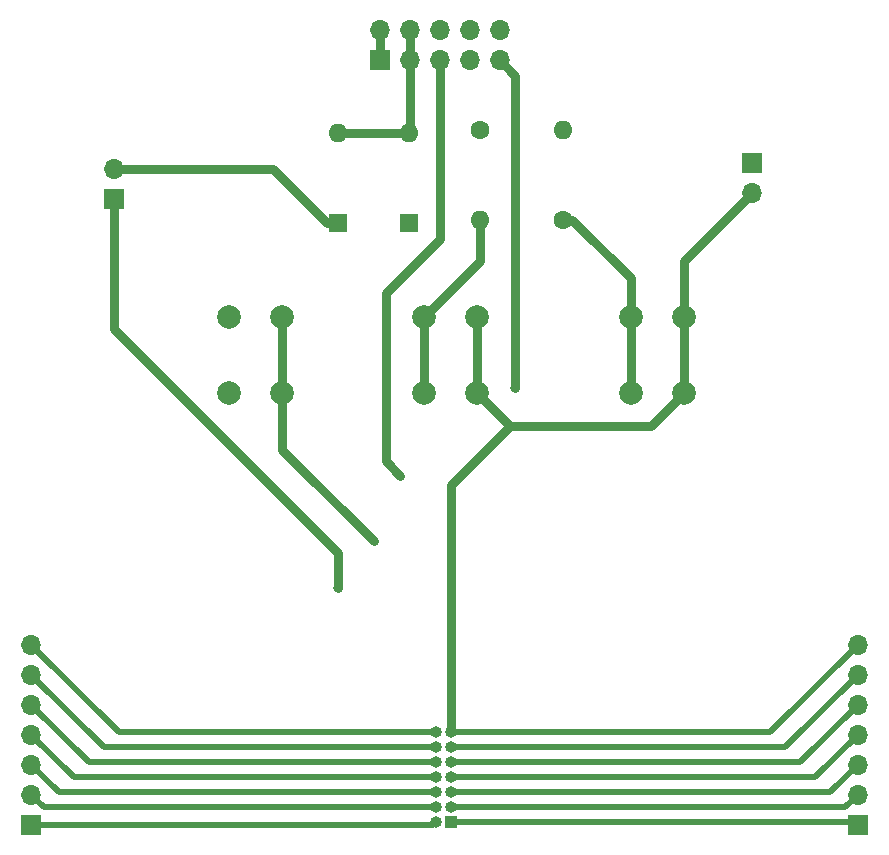
<source format=gbl>
G04 #@! TF.GenerationSoftware,KiCad,Pcbnew,6.0.11-2627ca5db0~126~ubuntu20.04.1*
G04 #@! TF.CreationDate,2023-07-01T13:06:28-04:00*
G04 #@! TF.ProjectId,MoistureSensorBreakout,4d6f6973-7475-4726-9553-656e736f7242,rev?*
G04 #@! TF.SameCoordinates,Original*
G04 #@! TF.FileFunction,Copper,L2,Bot*
G04 #@! TF.FilePolarity,Positive*
%FSLAX46Y46*%
G04 Gerber Fmt 4.6, Leading zero omitted, Abs format (unit mm)*
G04 Created by KiCad (PCBNEW 6.0.11-2627ca5db0~126~ubuntu20.04.1) date 2023-07-01 13:06:28*
%MOMM*%
%LPD*%
G01*
G04 APERTURE LIST*
G04 #@! TA.AperFunction,ComponentPad*
%ADD10R,1.700000X1.700000*%
G04 #@! TD*
G04 #@! TA.AperFunction,ComponentPad*
%ADD11O,1.700000X1.700000*%
G04 #@! TD*
G04 #@! TA.AperFunction,ComponentPad*
%ADD12R,1.600000X1.600000*%
G04 #@! TD*
G04 #@! TA.AperFunction,ComponentPad*
%ADD13O,1.600000X1.600000*%
G04 #@! TD*
G04 #@! TA.AperFunction,ComponentPad*
%ADD14C,2.000000*%
G04 #@! TD*
G04 #@! TA.AperFunction,ComponentPad*
%ADD15C,1.600000*%
G04 #@! TD*
G04 #@! TA.AperFunction,ComponentPad*
%ADD16O,1.000000X1.000000*%
G04 #@! TD*
G04 #@! TA.AperFunction,ComponentPad*
%ADD17R,1.000000X1.000000*%
G04 #@! TD*
G04 #@! TA.AperFunction,ViaPad*
%ADD18C,0.800000*%
G04 #@! TD*
G04 #@! TA.AperFunction,Conductor*
%ADD19C,0.800000*%
G04 #@! TD*
G04 #@! TA.AperFunction,Conductor*
%ADD20C,0.500000*%
G04 #@! TD*
G04 APERTURE END LIST*
D10*
X141500000Y-57250000D03*
D11*
X141500000Y-54710000D03*
X144040000Y-57250000D03*
X144040000Y-54710000D03*
X146580000Y-57250000D03*
X146580000Y-54710000D03*
X149120000Y-57250000D03*
X149120000Y-54710000D03*
X151660000Y-57250000D03*
X151660000Y-54710000D03*
D10*
X112000000Y-122000000D03*
D11*
X112000000Y-119460000D03*
X112000000Y-116920000D03*
X112000000Y-114380000D03*
X112000000Y-111840000D03*
X112000000Y-109300000D03*
X112000000Y-106760000D03*
D10*
X182000000Y-122000000D03*
D11*
X182000000Y-119460000D03*
X182000000Y-116920000D03*
X182000000Y-114380000D03*
X182000000Y-111840000D03*
X182000000Y-109300000D03*
X182000000Y-106760000D03*
D10*
X173000000Y-66000000D03*
D11*
X173000000Y-68540000D03*
D12*
X144000000Y-71060000D03*
D13*
X144000000Y-63440000D03*
D14*
X133250000Y-79000000D03*
X133250000Y-85500000D03*
X128750000Y-85500000D03*
X128750000Y-79000000D03*
X167250000Y-79000000D03*
X167250000Y-85500000D03*
X162750000Y-85500000D03*
X162750000Y-79000000D03*
D12*
X138000000Y-71060000D03*
D13*
X138000000Y-63440000D03*
D10*
X119000000Y-69000000D03*
D11*
X119000000Y-66460000D03*
D15*
X157000000Y-70810000D03*
D13*
X157000000Y-63190000D03*
D15*
X150000000Y-63190000D03*
D13*
X150000000Y-70810000D03*
D14*
X145250000Y-85500000D03*
X145250000Y-79000000D03*
X149750000Y-85500000D03*
X149750000Y-79000000D03*
D16*
X146230000Y-114170000D03*
X147500000Y-114170000D03*
X146230000Y-115440000D03*
X147500000Y-115440000D03*
X146230000Y-116710000D03*
X147500000Y-116710000D03*
X146230000Y-117980000D03*
X147500000Y-117980000D03*
X146230000Y-119250000D03*
X147500000Y-119250000D03*
X146230000Y-120520000D03*
X147500000Y-120520000D03*
X146230000Y-121790000D03*
D17*
X147500000Y-121790000D03*
D18*
X141000000Y-98000000D03*
X138000000Y-102000000D03*
X153000000Y-85000000D03*
X143250000Y-92500000D03*
D19*
X119000000Y-69000000D02*
X119000000Y-80000000D01*
X119000000Y-80000000D02*
X138000000Y-99000000D01*
X138000000Y-99000000D02*
X138000000Y-102000000D01*
D20*
X146230000Y-119250000D02*
X114330000Y-119250000D01*
D19*
X144000000Y-63440000D02*
X138000000Y-63440000D01*
X119000000Y-66460000D02*
X132460000Y-66460000D01*
X137060000Y-71060000D02*
X138000000Y-71060000D01*
X132460000Y-66460000D02*
X137060000Y-71060000D01*
X162750000Y-79000000D02*
X162750000Y-75750000D01*
X162750000Y-75750000D02*
X157810000Y-70810000D01*
X157810000Y-70810000D02*
X157000000Y-70810000D01*
X145250000Y-79000000D02*
X150000000Y-74250000D01*
X150000000Y-74250000D02*
X150000000Y-70810000D01*
X153000000Y-85000000D02*
X153000000Y-58590000D01*
X153000000Y-58590000D02*
X151660000Y-57250000D01*
X152500000Y-88250000D02*
X149750000Y-85500000D01*
X133250000Y-85500000D02*
X133250000Y-90250000D01*
X133250000Y-90250000D02*
X141000000Y-98000000D01*
X167250000Y-79000000D02*
X167250000Y-74290000D01*
X167250000Y-74290000D02*
X173000000Y-68540000D01*
X133250000Y-85500000D02*
X133250000Y-79000000D01*
X162750000Y-85500000D02*
X162750000Y-79000000D01*
X167250000Y-85500000D02*
X167250000Y-79000000D01*
X152500000Y-88250000D02*
X164500000Y-88250000D01*
X164500000Y-88250000D02*
X167250000Y-85500000D01*
X146580000Y-57250000D02*
X146580000Y-72420000D01*
X146580000Y-72420000D02*
X142000000Y-77000000D01*
X142000000Y-77000000D02*
X142000000Y-91250000D01*
X142000000Y-91250000D02*
X143250000Y-92500000D01*
D20*
X112000000Y-106760000D02*
X119410000Y-114170000D01*
X119410000Y-114170000D02*
X146230000Y-114170000D01*
X112000000Y-109300000D02*
X118140000Y-115440000D01*
X118140000Y-115440000D02*
X146230000Y-115440000D01*
X112000000Y-111840000D02*
X116870000Y-116710000D01*
X116870000Y-116710000D02*
X146230000Y-116710000D01*
X146230000Y-117980000D02*
X115600000Y-117980000D01*
X115600000Y-117980000D02*
X112000000Y-114380000D01*
X114330000Y-119250000D02*
X112000000Y-116920000D01*
X146230000Y-120520000D02*
X113060000Y-120520000D01*
X113060000Y-120520000D02*
X112000000Y-119460000D01*
X112000000Y-122000000D02*
X146020000Y-122000000D01*
X146020000Y-122000000D02*
X146230000Y-121790000D01*
X182000000Y-106760000D02*
X174590000Y-114170000D01*
X174590000Y-114170000D02*
X147500000Y-114170000D01*
X147500000Y-115440000D02*
X175860000Y-115440000D01*
X175860000Y-115440000D02*
X182000000Y-109300000D01*
X147500000Y-116710000D02*
X177130000Y-116710000D01*
X177130000Y-116710000D02*
X182000000Y-111840000D01*
X147500000Y-117980000D02*
X178400000Y-117980000D01*
X178400000Y-117980000D02*
X182000000Y-114380000D01*
X147500000Y-119250000D02*
X179670000Y-119250000D01*
X179670000Y-119250000D02*
X182000000Y-116920000D01*
X147500000Y-120520000D02*
X180940000Y-120520000D01*
X180940000Y-120520000D02*
X182000000Y-119460000D01*
X147500000Y-121790000D02*
X181790000Y-121790000D01*
X181790000Y-121790000D02*
X182000000Y-122000000D01*
D19*
X152500000Y-88250000D02*
X147500000Y-93250000D01*
X147500000Y-93250000D02*
X147500000Y-114170000D01*
X149750000Y-79000000D02*
X149750000Y-85500000D01*
X141500000Y-54710000D02*
X141500000Y-57250000D01*
X144040000Y-57250000D02*
X144040000Y-63400000D01*
X144040000Y-63400000D02*
X144000000Y-63440000D01*
X144040000Y-54710000D02*
X144040000Y-57250000D01*
X145250000Y-79000000D02*
X145250000Y-85500000D01*
M02*

</source>
